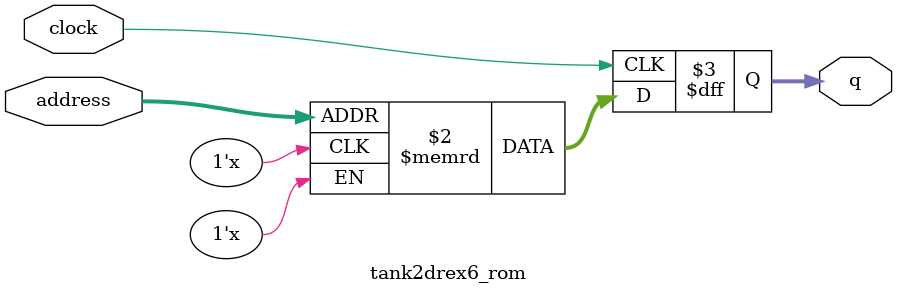
<source format=sv>
module tank2drex6_rom (
	input logic clock,
	input logic [9:0] address,
	output logic [3:0] q
);

logic [3:0] memory [0:1023] /* synthesis ram_init_file = "./tank2drex6/tank2drex6.mif" */;

always_ff @ (posedge clock) begin
	q <= memory[address];
end

endmodule

</source>
